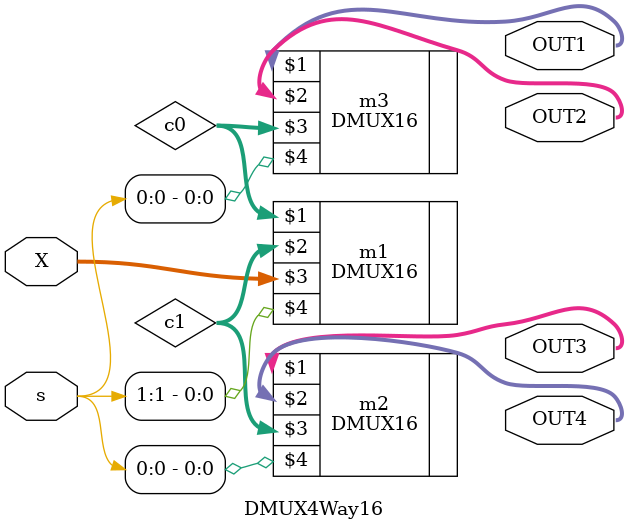
<source format=sv>
`include "DMUX16.sv"

module DMUX4Way16(
  output [15:0]OUT1,
  output [15:0]OUT2,
  output [15:0]OUT3,
  output [15:0]OUT4,
  input [15:0]X, 
  input [1:0]s
);
   
  wire [15:0]c0;
  wire [15:0]c1;
  wire [15:0]c2;
  wire [15:0]c3;

  
  DMUX16 m1(c0, c1, X, s[1]);
  
  DMUX16 m3(OUT1, OUT2, c0, s[0]);
  DMUX16 m2(OUT3, OUT4, c1, s[0]);
  

endmodule
</source>
